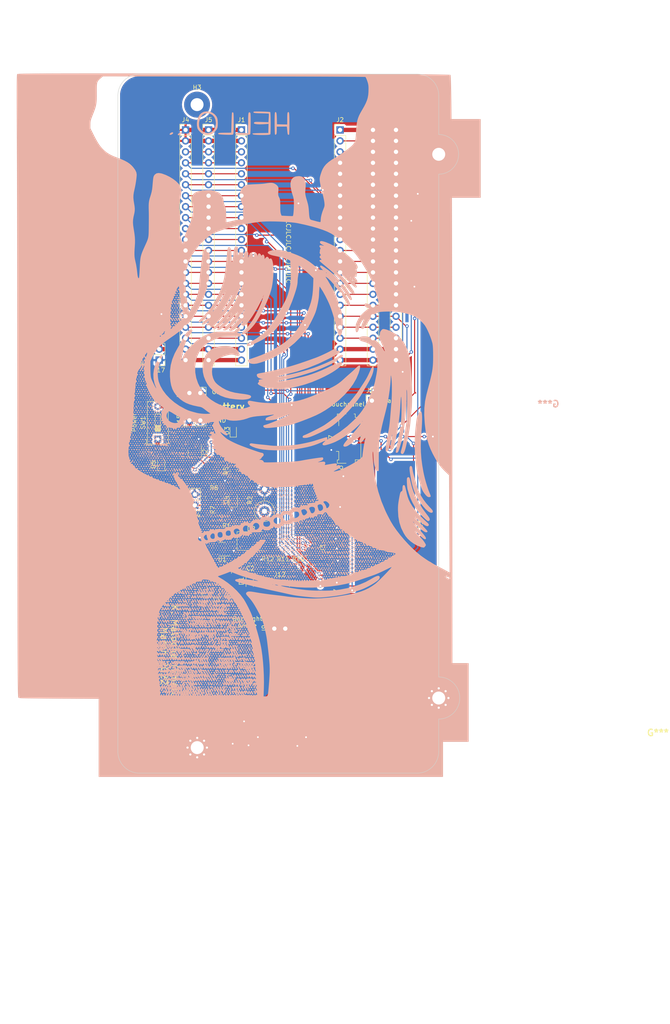
<source format=kicad_pcb>
(kicad_pcb (version 20211014) (generator pcbnew)

  (general
    (thickness 1.6)
  )

  (paper "A4")
  (layers
    (0 "F.Cu" signal)
    (31 "B.Cu" signal)
    (32 "B.Adhes" user "B.Adhesive")
    (33 "F.Adhes" user "F.Adhesive")
    (34 "B.Paste" user)
    (35 "F.Paste" user)
    (36 "B.SilkS" user "B.Silkscreen")
    (37 "F.SilkS" user "F.Silkscreen")
    (38 "B.Mask" user)
    (39 "F.Mask" user)
    (40 "Dwgs.User" user "User.Drawings")
    (41 "Cmts.User" user "User.Comments")
    (42 "Eco1.User" user "User.Eco1")
    (43 "Eco2.User" user "User.Eco2")
    (44 "Edge.Cuts" user)
    (45 "Margin" user)
    (46 "B.CrtYd" user "B.Courtyard")
    (47 "F.CrtYd" user "F.Courtyard")
    (48 "B.Fab" user)
    (49 "F.Fab" user)
    (50 "User.1" user)
    (51 "User.2" user)
    (52 "User.3" user)
    (53 "User.4" user)
    (54 "User.5" user)
    (55 "User.6" user)
    (56 "User.7" user)
    (57 "User.8" user)
    (58 "User.9" user)
  )

  (setup
    (stackup
      (layer "F.SilkS" (type "Top Silk Screen"))
      (layer "F.Paste" (type "Top Solder Paste"))
      (layer "F.Mask" (type "Top Solder Mask") (thickness 0.01))
      (layer "F.Cu" (type "copper") (thickness 0.035))
      (layer "dielectric 1" (type "core") (thickness 1.51) (material "FR4") (epsilon_r 4.5) (loss_tangent 0.02))
      (layer "B.Cu" (type "copper") (thickness 0.035))
      (layer "B.Mask" (type "Bottom Solder Mask") (thickness 0.01))
      (layer "B.Paste" (type "Bottom Solder Paste"))
      (layer "B.SilkS" (type "Bottom Silk Screen"))
      (copper_finish "None")
      (dielectric_constraints no)
    )
    (pad_to_mask_clearance 0)
    (pcbplotparams
      (layerselection 0x00010fc_ffffffff)
      (disableapertmacros false)
      (usegerberextensions false)
      (usegerberattributes true)
      (usegerberadvancedattributes true)
      (creategerberjobfile true)
      (svguseinch false)
      (svgprecision 6)
      (excludeedgelayer true)
      (plotframeref false)
      (viasonmask false)
      (mode 1)
      (useauxorigin false)
      (hpglpennumber 1)
      (hpglpenspeed 20)
      (hpglpendiameter 15.000000)
      (dxfpolygonmode true)
      (dxfimperialunits true)
      (dxfusepcbnewfont true)
      (psnegative false)
      (psa4output false)
      (plotreference true)
      (plotvalue true)
      (plotinvisibletext false)
      (sketchpadsonfab false)
      (subtractmaskfromsilk true)
      (outputformat 1)
      (mirror false)
      (drillshape 0)
      (scaleselection 1)
      (outputdirectory "Gerbers/")
    )
  )

  (net 0 "")
  (net 1 "/RST")
  (net 2 "/B2")
  (net 3 "/B3")
  (net 4 "/B4")
  (net 5 "/B0")
  (net 6 "/GPIO15")
  (net 7 "/GPIO16")
  (net 8 "/GPIO17")
  (net 9 "/GPIO18")
  (net 10 "/G0")
  (net 11 "/B1")
  (net 12 "/GPIO46")
  (net 13 "/G1")
  (net 14 "/G2")
  (net 15 "/G3")
  (net 16 "/G4")
  (net 17 "/G5")
  (net 18 "/GPIO14")
  (net 19 "+5V")
  (net 20 "GND")
  (net 21 "/GPIO43")
  (net 22 "/GPIO44")
  (net 23 "/GPIO1")
  (net 24 "/GPIO2")
  (net 25 "/GPIO42")
  (net 26 "/GPIO41")
  (net 27 "/GPIO40")
  (net 28 "/BKLT")
  (net 29 "/GPIO38")
  (net 30 "/GPIO37")
  (net 31 "/GPIO36")
  (net 32 "/GPIO35")
  (net 33 "/GPIO0")
  (net 34 "/DE")
  (net 35 "/GPIO47")
  (net 36 "/DCLK")
  (net 37 "/GPIO20")
  (net 38 "/GPIO19")
  (net 39 "+3V3")
  (net 40 "Net-(C2-Pad1)")
  (net 41 "Net-(D1-Pad2)")
  (net 42 "Net-(R1-Pad1)")
  (net 43 "/WAKE")
  (net 44 "Net-(D2-Pad2)")
  (net 45 "/GPIO21")
  (net 46 "Net-(D3-Pad1)")
  (net 47 "Net-(D4-Pad2)")
  (net 48 "/Vbat")
  (net 49 "Net-(J14-Pad1)")
  (net 50 "Net-(R4-Pad2)")
  (net 51 "Net-(R6-Pad2)")
  (net 52 "Net-(D5-Pad2)")
  (net 53 "/GPIO48")
  (net 54 "Net-(R10-Pad1)")
  (net 55 "Net-(R11-Pad1)")
  (net 56 "unconnected-(J3-Pad4)")
  (net 57 "unconnected-(J3-Pad33)")
  (net 58 "unconnected-(J3-Pad38)")

  (footprint "Connector_JST:JST_SH_SM04B-SRSS-TB_1x04-1MP_P1.00mm_Horizontal" (layer "F.Cu") (at 40.7844 174.16726))

  (footprint "MountingHole:MountingHole_3mm_Pad_Via" (layer "F.Cu") (at 30.387222 171.083002))

  (footprint "Connector_PinHeader_2.54mm:PinHeader_1x22_P2.54mm_Vertical" (layer "F.Cu") (at 71.12 27.94))

  (footprint "Capacitor_SMD:C_0805_2012Metric" (layer "F.Cu") (at 67.056 108.966 90))

  (footprint "Connector_PinHeader_2.54mm:PinHeader_1x01_P2.54mm_Vertical" (layer "F.Cu") (at 70.866 90.678))

  (footprint "Connector_PinHeader_2.54mm:PinHeader_1x02_P2.54mm_Vertical" (layer "F.Cu") (at 21.59 81.285 180))

  (footprint "Resistor_SMD:R_0805_2012Metric" (layer "F.Cu") (at 33.02 113.03 90))

  (footprint "Resistor_THT:R_Axial_DIN0414_L11.9mm_D4.5mm_P5.08mm_Vertical" (layer "F.Cu") (at 45.974 116.315 90))

  (footprint "MountingHole:MountingHole_3mm_Pad_Via" (layer "F.Cu") (at 86.36 159.59))

  (footprint "Resistor_SMD:R_0805_2012Metric" (layer "F.Cu") (at 43.6019 166.54726 180))

  (footprint "Package_TO_SOT_SMD:TSOT-23-5" (layer "F.Cu") (at 36.195 125.095 180))

  (footprint "Connector_PinHeader_2.54mm:PinHeader_1x22_P2.54mm_Vertical" (layer "F.Cu") (at 63.5 27.94))

  (footprint "Package_TO_SOT_SMD:SOT-23-5" (layer "F.Cu") (at 29.845 102.87 -90))

  (footprint "Connector_PinHeader_2.54mm:PinHeader_1x22_P2.54mm_Vertical" (layer "F.Cu") (at 76.454 27.94))

  (footprint "Connector_PinHeader_2.54mm:PinHeader_1x02_P2.54mm_Vertical" (layer "F.Cu") (at 28.575 88.9 90))

  (footprint "Connector_Molex:Molex_PicoBlade_53398-0271_1x02-1MP_P1.25mm_Vertical" (layer "F.Cu") (at 49.53 134.07))

  (footprint "Inductor_SMD:L_Bourns-SRN6028" (layer "F.Cu") (at 34.925 132.715))

  (footprint "Connector_PinHeader_2.54mm:PinHeader_1x02_P2.54mm_Vertical" (layer "F.Cu") (at 28.57 95.25 90))

  (footprint "Logo:Logo 98 15mm" (layer "F.Cu") (at 73.66 167.64))

  (footprint "Connector_JST:JST_SH_SM04B-SRSS-TB_1x04-1MP_P1.00mm_Horizontal" (layer "F.Cu") (at 55.3894 174.16726))

  (footprint "Button_Switch_THT:SW_DIP_SPSTx01_Slide_9.78x4.72mm_W7.62mm_P2.54mm" (layer "F.Cu") (at 21.2598 99.6017 90))

  (footprint "Resistor_SMD:R_0805_2012Metric" (layer "F.Cu") (at 46.744669 129.032))

  (footprint "Capacitor_SMD:C_0805_2012Metric" (layer "F.Cu") (at 22 73.7 90))

  (footprint "Resistor_SMD:R_0805_2012Metric" (layer "F.Cu") (at 38.735 102.87 -90))

  (footprint "Connector_FFC-FPC:Molex_200528-0060_1x06-1MP_P1.00mm_Horizontal" (layer "F.Cu") (at 64.015 99.474496 90))

  (footprint "Connector_PinHeader_2.54mm:PinHeader_1x22_P2.54mm_Vertical" (layer "F.Cu") (at 33.02 27.94))

  (footprint "LED_SMD:LED_0805_2012Metric" (layer "F.Cu") (at 38.735 113.665 90))

  (footprint "Resistor_SMD:R_0805_2012Metric" (layer "F.Cu") (at 34.29 109.22 180))

  (footprint "MountingHole:MountingHole_3mm_Pad" (layer "F.Cu") (at 30.355049 22.075778))

  (footprint "Resistor_SMD:R_0805_2012Metric" (layer "F.Cu") (at 50.290662 129.032))

  (footprint "Connector_PinHeader_2.54mm:PinHeader_1x02_P2.54mm_Vertical" (layer "F.Cu") (at 29.845 114.935 180))

  (footprint "LED_SMD:LED_0603_1608Metric" (layer "F.Cu") (at 38.735 97.6375 90))

  (footprint "Resistor_SMD:R_0805_2012Metric" (layer "F.Cu") (at 38.735 106.9575 90))

  (footprint "Connector_PinHeader_2.54mm:PinHeader_1x02_P2.54mm_Vertical" (layer "F.Cu") (at 48.255 143.51 90))

  (footprint "Diode_SMD:D_SOD-323F" (layer "F.Cu") (at 42.545 132.715 -90))

  (footprint "Resistor_SMD:R_0805_2012Metric" (layer "F.Cu") (at 37.1875 121.285))

  (footprint "Connector_FFC-FPC:TE_4-1734839-0_1x40-1MP_P0.5mm_Horizontal" (layer "F.Cu") (at 62.575 124.874496 90))

  (footprint "Capacitor_SMD:C_0805_2012Metric" (layer "F.Cu") (at 31.115 125.415 90))

  (footprint "Resistor_SMD:R_0805_2012Metric" (layer "F.Cu") (at 80.518 119.38 -90))

  (footprint "Diode_SMD:D_SOD-323F" (layer "F.Cu") (at 22.0472 105.4608 90))

  (footprint "Capacitor_SMD:C_0805_2012Metric" (layer "F.Cu") (at 42.545 127.635))

  (footprint "Connector_PinHeader_2.54mm:PinHeader_1x22_P2.54mm_Vertical" (layer "F.Cu")
    (tedit 59FED5CC) (tstamp ca0aa5ca-3225-4874-9d00-142ec9b22b20)
    (at 27.686 27.94)
    (descr "Through hole straight pin header, 1x22, 2.54mm pitch, single row")
    (tags "Through hole pin header THT 1x22 2.54mm single row")
    (property "Sheetfile" "Crestron TSS-752 ESP32-S3.kicad_sch")
    (property "Sheetname" "")
    (path "/44829842-3761-4ddc-a932-565ded2c3104")
    (attr through_hole)
    (fp_text reference "J4" (at 0 -2.33) (layer "F.SilkS")
      (effects (font (size 1 1) (thickness 0.15)))
      (tstamp c97e4c95-0015-4d42-b31a-f883a50212c0)
    )
    (fp_text value "Conn_01x22_MountingPin" (at -5.334 57.404) (layer "F.Fab") hide
      (effects (font (size 1 1) (thickness 0.15)))
      (tstamp f6198d78-d608-471d-a13f-8f83c5a15115)
    )
    (fp_text user "${REFERENCE}" (at 0 26.67 90) (layer "F.Fab")
      (effects (font (size 1 1) (thickness 0.15)))
      (tstamp 292d34d8-8f41-4681-bc8b-3d79b23c39df)
    )
    (fp_line (start -1.33 -1.33) (end 0 -1.33) (layer "F.SilkS") (width 0.12) (tstamp 04345f95-e040-4d75-b7a0-c97127cfe457))
    (fp_line (start -1.33 0) (end -1.33 -1.33) (layer "F.SilkS") (width 0.12) (tstamp 5ffcd3a7-c616-40b4-819b-a95dc4272005))
    (fp_line (start -1.33 54.67) (end 1.33 54.67) (layer "F.SilkS") (width 0.12) (tstamp 95528448-6586-4c73-afe0-596e3372ad18))
    (fp_line (start 1.33 1.27) (end 1.33 54.67) (layer "F.SilkS") (width 0.12) (tstamp 99738802-c0cd-44e9-b48b-cac6f6374806))
    (fp_line (start -1.33 1.27) (end -1.33 54.67) (layer "F.SilkS") (width 0.12) (tstamp ced596bd-4a89-4187-885e-4353d51dc764))
    (fp_line (start -1.33 1.27) (end 1.33 1.27) (layer "F.SilkS") (width 0.12) (tstamp f41c20b7-64f2-4c17-86a9-b15dc5e94a5c))
    (fp_line (start -1.8 55.15) (end 1.8 55.15) (layer "F.CrtYd") (width 0.05) (tstamp 0a8ea5bc-4cec-47a7-ad41-220b78ea6d5a))
    (fp_line (start -1.8 -1.8) (end -1.8 55.15) (layer "F.CrtYd") (width 0.05) (tstamp 168a08c3-232a-4fe5-8685-3f1bffa08102))
    (fp_line (start 1.8 55.15) (end 1.8 -1.8) (layer "F.CrtYd") (width 0.05) (tstamp 6ed45af8-00db-4d9f-b218-1fe0dc8f0254))
    (fp_line (start 1.8 -1.8) (end -1.8 -1.8) (layer "F.CrtYd") (width 0.05) (tstamp 96ba3b00-1b4b-49ae-af2f-0724e93ce1bf))
    (fp_line (start 1.27 -1.27) (end 1.27 54.61) (layer "F.Fab") (width 0.1) (tstamp 00e939f1-8621-4472-8e13-ed7bd88aa046))
    (fp_line (start -1.27 -0.635) (end -0.635 -1.27) (layer "F.Fab") (width 0.1) (tstamp 4e06d49e-5a5b-4d4e-af6f-c6ad260d3343))
    (fp_line (start -0.635 -1.27) (end 1.27 -1.27) (layer "F.Fab") (width 0.1) (tstamp bb6dec40-73af-4ac8-8ab4-646748d4a3b0))
    (fp_line (start -1.27 54.61) (end -1.27 -0.635) (layer "F.Fab") (width 0.1) (tstamp d515ee71-e7dc-4cd5-a0a3-efd9eb33157c))
    (fp_line (start 1.27 54.61) (end -1.27 54.61) (layer "F.Fab") (width 0.1) (tstamp e8610a01-8400-4c25-b5cb-0da128aa6c84))
    (pad "1" thru_hole rect (at 0 0) (size 1.7 1.7) (drill 1) (layers *.Cu *.Mask)
      (net 39 "+3V3") (pinfunction "Pin_1") (pintype "passive") (tstamp 7df5e419-447b-45f6-89d1-699794ce91b7))
    (pad "2" thru_hole oval (at 0 2.54) (size 1.7 1.7) (drill 1) (layers *.Cu *.Mask)
      (net 39 "+3V3") (pinfunction "Pin_2") (pintype "passive") (tstamp 2f1c41d1-f896-447a-befe-c7c8a81614ed))
    (pad "3" thru_hole oval (at 0 5.08) (size 1.7 1.7) (drill 1) (layers *.Cu *.Mask)
      (net 1 "/RST") (pinfunction "Pin_3") (pintype "passive") (tstamp a067cb38-e792-4933-913c-e7e69c593bf3))
    (pad "4" thru_hole oval (at 0 7.62) (size 1.7 1.7) (drill 1) (layers *.Cu *.Mask)
      (net 2 "/B2") (pinfunction "Pin_4") (pintype "passive") (tstamp 342ed88e-c07a-4ef8-b4ee-19c8ba2222c4))
    (pad "5" thru_hole oval (at 0 10.16) (size 1.7 1.7) (drill 1) (layers *.Cu *.Mask)
      (net 3 "/B3") (pinfunction "Pin_5") (pintype "passive") (tstamp 83263cb8-bf28-493e-b82f-2b29771acc00))
    (pad "6" thru_hole oval (at 0 12.7) (size 1.7 1.7) (drill 1) (layers *.Cu *.Mask)
      (net 4 "/B4") (pinfunction "Pin_6") (pintype "passive") (tstamp 71ce88bd-1147-4675-84f2-cf53cdcf5f52))
    (pad "7" thru_hole oval (at 0 15.24) (size 1.7 1.7) (drill 1) (layers *.Cu *.Mask)
      (net 5 "/B0") (pinfunction "Pin_7") (pintype "passive") (tstamp 48185a92-2400-42c9-82fd-909b12700e1e))
    (pad "8" thru_hole oval (at 0 17.78) (size 1.7 1.7) (drill 1) (layers *.Cu *.Mask)
      (net 6 "/GPIO15") (pinfunction "Pin_8") (pintype "passive") (tstamp 1ef89781-46de-4175-b804-ed2d3015e2cb))
    (pad "9" thru_hole oval (at 0 20.32) (size 1.7 1.7) (drill 1) (layers *.Cu *.Mask)
      (net 7 "/GPIO16") (pinfunction "Pin_9") (pintype "passive") (tstamp 7e1e31cd-946d-4ee1-a41a-89b5a6b12429))
    (pad "10" thru_hole oval (at 0 22.86) (size 1.7 1.7) (drill 1) (layers *.Cu *.Mask)
      (net 8 "/GPIO17") (pinfunction "Pin_10") (pintype "passive") (tstamp aea34149-616a-468b-8c85-7427bc3bc709))
    (pad "11" thru_hole oval (at 0 25.4) (size 1.7 1.7) (drill 1) (layers *.Cu *.Mask)
      (net 9 "/GPIO18") (pinfunction "Pin_11") (pintype "passive") (tstamp 9cb9f65f-b28f-4eb7-8ba4-083e83b6f4d9))
    (pad "12" thru_hole oval (at 0 27.94) (size 1.7 1.7) (drill 1) (layers *.Cu *.Mask)
      (net 10 "/G0") (pinfunction "Pin_12") (pintype "passive") (tstamp 6f661585-0697-4a64-b755-7d021ad6e66d))
    (pad "13" thru_hole oval (at 0 30.48) (size 1.7 1.7) (drill 1) (layers *.Cu *.Mask)
      (net 11 "/B1") (pinfunction "Pin_13") (pintype "passive") (tstamp 46dcd2d3-d4df-40bb-b152-b6d007a7375e))
    (pad "14" thru_hole oval (at 0 33.02) (size 1.7 1.7) (drill 1) (layers *.Cu *.Mask)
      (net 12 "/GPIO46") (pinfunction "Pin_14") (pintype "passive") (tstamp 38fd84fd-0596-448b-908a-10bcaa249886))
    (pad "15" thru_hole oval (at 0 35.56) (size 1.7 1.7) (drill 1) (layers *.Cu *.Mask)
      (net 13 "/G1") (pinfunction "Pin_15") (pintype "passive") (tstamp d0590330-2a8c-4332-a35a-916da84a6287))
    (pad "16" thru_hole oval (at 0 38.1) (size 1.7 1.7) (drill 1) (layers *.Cu *.Mask)
      (net 14 "/G2") (pinfunction "Pin_16") (pintype "passive") (tstamp ae24ff40-b88c-43b1-8b1d-5733501eab96))
    (pad "17" thru_hole oval (at 0 40.64) (size 1.7 1.7) (drill 1) (layers *.Cu *.Mask)
      (net 15 "/G3") (pinfunction "Pin_17") (pintype "passive") (tstamp ecbee4fe-11ef-4309-9943-a15fa2dc54c1))
    (pad "18" thru_hole oval (at 0 43.18) (size 1.7 1.7) (drill 1) (layers *.Cu *.Mask)
      (net 16 "/G4") (pinfunction "Pin_18") (pintype "passive") (tstamp 6a9d370a-d14a-486a-aa92-530afb7ab28f))
    (pad "19" thru_hole oval (at 0 45.72) (size 1.7 1.7) (drill 1) (layers *.Cu *.Mask)
      (net 17 "/G5") (pinfunction "Pin_19") (pintype "passive") (tstamp 8f8974cb-ece1-459e-97bb-85cb6cf5e216))
    (pad "20" thru_hole oval (at 0 48.26) (size 1.7 1.7) (drill 1) (layers *.Cu *.Mask)
      (net 18 "/GPIO14") (pinfunction "Pin_20") (pintype "passive") (tstamp 93c3137e-ca6a-4a6a-b4ce-d72df44f535d))
    (pad "21" thru_hole oval (at 0 50.8) (size 1.7 1.7) (drill 1) (layers *.Cu *.Mask)
      (net 19 "+5V") (pinfunction "Pin_21") (pintype "passive") (tstamp e1f842fa-9448-4ff2-bd16-8890bcd2ea29))
    (pad "22" thru_hole oval (at 0 53.34) (size 1.7 1.7) (drill 1)
... [2768496 chars truncated]
</source>
